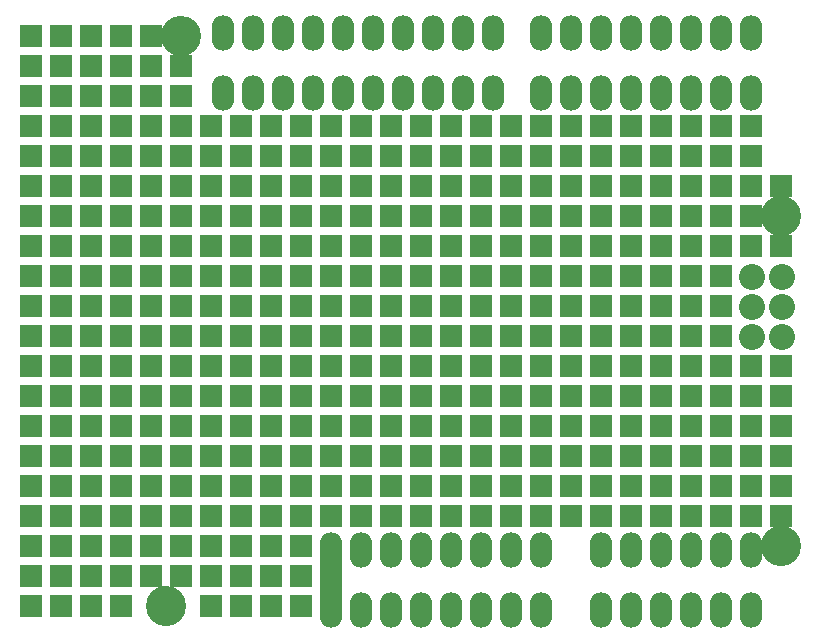
<source format=gbs>
%FSTAX23Y23*%
%MOIN*%
%SFA1B1*%

%IPPOS*%
%ADD21C,0.086740*%
%ADD22R,0.074930X0.074930*%
%ADD23O,0.074930X0.118240*%
%ADD24C,0.133980*%
%ADD25R,0.074930X0.165480*%
%LNarduino-uno-shield-v2-1*%
%LPD*%
G54D21*
X02605Y00998D03*
X02505D03*
X02605Y01098D03*
X02505D03*
X02605Y01198D03*
X02505D03*
G54D22*
X001Y001D03*
X002D03*
X003D03*
X004D03*
X007D03*
X008D03*
X009D03*
X01D03*
X001Y002D03*
X002D03*
X003D03*
X004D03*
X005D03*
X006D03*
X007D03*
X008D03*
X009D03*
X01D03*
Y003D03*
X009D03*
X008D03*
X007D03*
X006D03*
X005D03*
X004D03*
X003D03*
X002D03*
X001D03*
X006Y017D03*
X007D03*
X008D03*
X009D03*
X01D03*
X011D03*
X012D03*
X013D03*
X014D03*
X015D03*
X025D03*
X024D03*
X023D03*
X022D03*
X021D03*
X02D03*
X019D03*
X018D03*
X017D03*
X016D03*
Y016D03*
X017D03*
X018D03*
X019D03*
X02D03*
X021D03*
X022D03*
X023D03*
X024D03*
X025D03*
X015D03*
X014D03*
X013D03*
X012D03*
X011D03*
X01D03*
X009D03*
X008D03*
X007D03*
X006D03*
X026Y015D03*
X025D03*
X024D03*
X023D03*
X022D03*
X021D03*
X02D03*
X019D03*
X018D03*
X017D03*
X007D03*
X008D03*
X009D03*
X01D03*
X011D03*
X012D03*
X013D03*
X014D03*
X015D03*
X016D03*
Y014D03*
X017D03*
X018D03*
X019D03*
X02D03*
X021D03*
X022D03*
X023D03*
X024D03*
X025D03*
X015D03*
X014D03*
X013D03*
X012D03*
X011D03*
X01D03*
X009D03*
X008D03*
X007D03*
X006D03*
X026Y013D03*
X025D03*
X024D03*
X023D03*
X022D03*
X021D03*
X02D03*
X019D03*
X018D03*
X017D03*
X007D03*
X008D03*
X009D03*
X01D03*
X011D03*
X012D03*
X013D03*
X014D03*
X015D03*
X016D03*
X015Y012D03*
X016D03*
X017D03*
X018D03*
X019D03*
X02D03*
X021D03*
X022D03*
X023D03*
X024D03*
X014D03*
X013D03*
X012D03*
X011D03*
X01D03*
X009D03*
X008D03*
X007D03*
X006D03*
X005D03*
X024Y011D03*
X023D03*
X022D03*
X021D03*
X02D03*
X019D03*
X018D03*
X017D03*
X016D03*
X015D03*
X005D03*
X006D03*
X007D03*
X008D03*
X009D03*
X01D03*
X011D03*
X012D03*
X013D03*
X014D03*
X015Y01D03*
X016D03*
X017D03*
X018D03*
X019D03*
X02D03*
X021D03*
X022D03*
X023D03*
X024D03*
X014D03*
X013D03*
X012D03*
X011D03*
X01D03*
X009D03*
X008D03*
X007D03*
X006D03*
X005D03*
X026Y009D03*
X025D03*
X024D03*
X023D03*
X022D03*
X021D03*
X02D03*
X019D03*
X018D03*
X017D03*
X007D03*
X008D03*
X009D03*
X01D03*
X011D03*
X012D03*
X013D03*
X014D03*
X015D03*
X016D03*
X017Y008D03*
X018D03*
X019D03*
X02D03*
X021D03*
X022D03*
X023D03*
X024D03*
X025D03*
X026D03*
X016D03*
X015D03*
X014D03*
X013D03*
X012D03*
X011D03*
X01D03*
X009D03*
X008D03*
X007D03*
X026Y007D03*
X025D03*
X024D03*
X023D03*
X022D03*
X021D03*
X02D03*
X019D03*
X018D03*
X017D03*
X007D03*
X008D03*
X009D03*
X01D03*
X011D03*
X012D03*
X013D03*
X014D03*
X015D03*
X016D03*
X017Y006D03*
X018D03*
X019D03*
X02D03*
X021D03*
X022D03*
X023D03*
X024D03*
X025D03*
X026D03*
X016D03*
X015D03*
X014D03*
X013D03*
X012D03*
X011D03*
X01D03*
X009D03*
X008D03*
X007D03*
X026Y005D03*
X025D03*
X024D03*
X023D03*
X022D03*
X021D03*
X02D03*
X019D03*
X018D03*
X017D03*
X007D03*
X008D03*
X009D03*
X01D03*
X011D03*
X012D03*
X013D03*
X014D03*
X015D03*
X016D03*
Y004D03*
X015D03*
X014D03*
X013D03*
X012D03*
X011D03*
X01D03*
X009D03*
X008D03*
X007D03*
X017D03*
X018D03*
X019D03*
X02D03*
X021D03*
X022D03*
X023D03*
X024D03*
X025D03*
X026D03*
X006D03*
X005D03*
X004D03*
X003D03*
X002D03*
X001D03*
Y009D03*
X002D03*
X003D03*
X004D03*
X005D03*
X006D03*
Y008D03*
X005D03*
X004D03*
X003D03*
X002D03*
X001D03*
Y007D03*
X002D03*
X003D03*
X004D03*
X005D03*
X006D03*
Y006D03*
X005D03*
X004D03*
X003D03*
X002D03*
X001D03*
Y005D03*
X002D03*
X003D03*
X004D03*
X005D03*
X006D03*
Y013D03*
X005D03*
X004D03*
X003D03*
X002D03*
X001D03*
Y015D03*
X002D03*
X003D03*
X004D03*
X005D03*
X006D03*
Y018D03*
X005D03*
X004D03*
X003D03*
X002D03*
X001D03*
Y019D03*
X002D03*
X003D03*
X004D03*
X005D03*
X006D03*
X004Y011D03*
X003D03*
X002D03*
X001D03*
X004Y01D03*
X003D03*
X002D03*
X001D03*
X004Y012D03*
X003D03*
X002D03*
X001D03*
Y014D03*
X002D03*
X003D03*
X004D03*
X005D03*
Y016D03*
X004D03*
X003D03*
X002D03*
X001D03*
Y017D03*
X002D03*
X003D03*
X004D03*
X005D03*
Y02D03*
X004D03*
X003D03*
X002D03*
X001D03*
G54D23*
X016Y00288D03*
X017D03*
X011D03*
X018D03*
X014D03*
X013D03*
X012D03*
X015D03*
Y00088D03*
X012D03*
X013D03*
X014D03*
X018D03*
X011D03*
X017D03*
X016D03*
X022Y01811D03*
X019D03*
X02D03*
X021D03*
X025D03*
X018D03*
X024D03*
X023D03*
Y02011D03*
X024D03*
X018D03*
X025D03*
X021D03*
X02D03*
X019D03*
X022D03*
X0074Y01811D03*
X0084D03*
X0094D03*
X0104D03*
X0114D03*
X0124D03*
X0134D03*
X0144D03*
X0154D03*
X0164D03*
Y02011D03*
X0154D03*
X0144D03*
X0134D03*
X0124D03*
X0114D03*
X0104D03*
X0094D03*
X0084D03*
X0074D03*
X025Y00088D03*
X024D03*
X023D03*
X022D03*
X021D03*
X02D03*
Y00288D03*
X021D03*
X022D03*
X023D03*
X024D03*
X025D03*
G54D24*
X006Y02D03*
X0055Y001D03*
X026Y014D03*
Y003D03*
G54D25*
X011Y00192D03*
M02*
</source>
